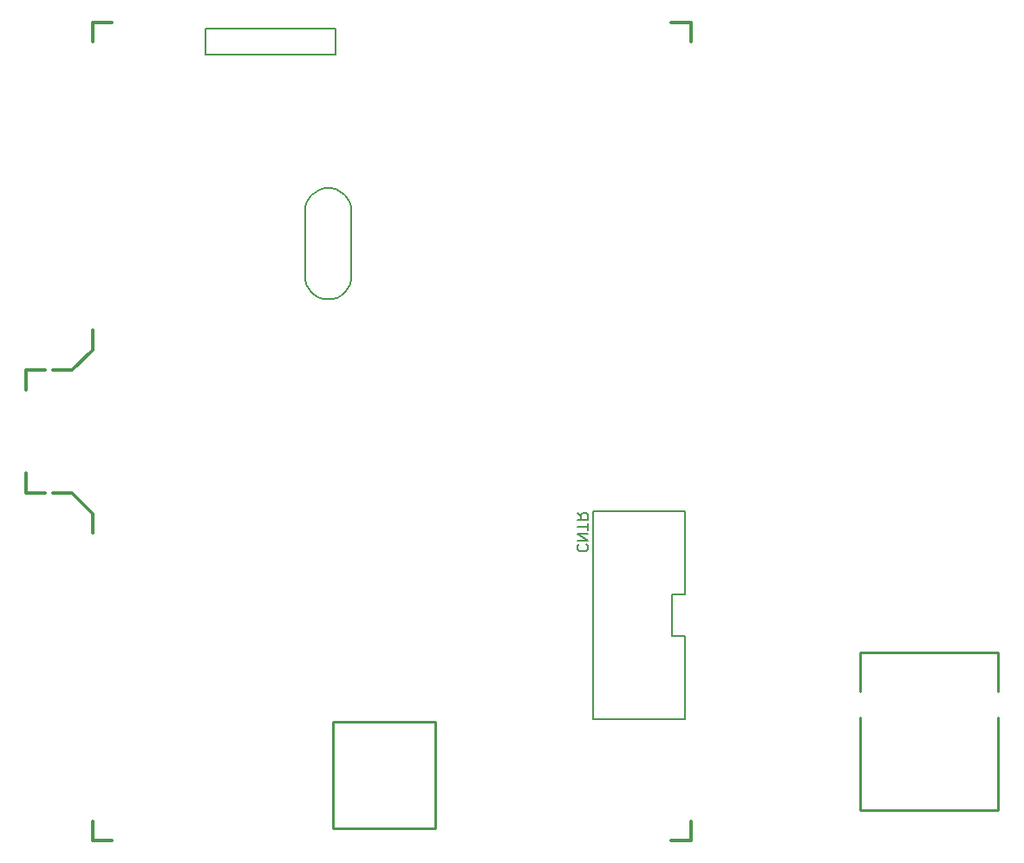
<source format=gbo>
%FSTAX25Y25*%
%MOIN*%
%SFA1B1*%

%IPPOS*%
%ADD58C,0.012000*%
%ADD65C,0.010000*%
%ADD117C,0.008000*%
%ADD118C,0.007870*%
%LNunisolder52_full-1*%
%LPD*%
G54D58*
X015187Y0458661D02*
Y0466161D01*
X0143996Y0450787D02*
X015187Y0458661D01*
X0136496Y0450787D02*
X0143996D01*
X015187Y0388169D02*
Y0395669D01*
X0143996Y0403543D02*
X015187Y0395669D01*
X0136496Y0403543D02*
X0143996D01*
X038189Y0577146D02*
Y0584646D01*
X037439D02*
X038189D01*
Y0269685D02*
Y0277185D01*
X037439Y0269685D02*
X038189D01*
X015187D02*
X015937D01*
X015187D02*
Y0277185D01*
Y0577146D02*
Y0584646D01*
X015937*
X0126279Y0443287D02*
Y0450787D01*
X013378*
X0126279Y0403543D02*
X013378D01*
X0126279D02*
Y0411043D01*
G54D65*
X0244213Y0315641D02*
X0283583D01*
Y0274598D02*
Y0315641D01*
X0244213Y0274598D02*
X0283583D01*
X0244213D02*
Y0315641D01*
X05Y0327095D02*
Y0342094D01*
Y0281594D02*
Y0317094D01*
X0447Y0281594D02*
Y0317094D01*
Y0327095D02*
Y0342094D01*
X05*
X0447Y0281594D02*
X05D01*
G54D117*
X025139Y0511921D02*
D01*
X0251368Y0512541*
X0251303Y0513159*
X0251195Y0513771*
X0251045Y0514374*
X0250853Y0514964*
X025062Y051554*
X0250348Y0516099*
X0250037Y0516637*
X024969Y0517152*
X0249307Y0517641*
X0248892Y0518103*
X0248445Y0518534*
X0247969Y0518934*
X0247466Y0519299*
X024694Y0519628*
X0246391Y051992*
X0245823Y0520172*
X024524Y0520385*
X0244643Y0520556*
X0244035Y0520685*
X024342Y0520772*
X02428Y0520815*
X0242179*
X0241559Y0520772*
X0240944Y0520685*
X0240336Y0520556*
X0239739Y0520385*
X0239156Y0520172*
X0238588Y051992*
X023804Y0519628*
X0237513Y0519299*
X023701Y0518934*
X0236534Y0518534*
X0236087Y0518103*
X0235672Y0517641*
X0235289Y0517152*
X0234942Y0516637*
X0234631Y0516099*
X0234359Y051554*
X0234126Y0514964*
X0233934Y0514374*
X0233784Y0513771*
X0233676Y0513159*
X0233611Y0512541*
X023359Y0511921*
Y0486921D02*
D01*
X0233611Y04863*
X0233676Y0485682*
X0233784Y048507*
X0233934Y0484467*
X0234126Y0483877*
X0234359Y0483301*
X0234631Y0482742*
X0234942Y0482204*
X0235289Y0481689*
X0235672Y04812*
X0236087Y0480738*
X0236534Y0480307*
X023701Y0479907*
X0237513Y0479542*
X023804Y0479213*
X0238588Y0478921*
X0239156Y0478669*
X0239739Y0478456*
X0240336Y0478285*
X0240944Y0478156*
X0241559Y0478069*
X0242179Y0478026*
X02428*
X024342Y0478069*
X0244035Y0478156*
X0244643Y0478285*
X024524Y0478456*
X0245823Y0478669*
X0246391Y0478921*
X024694Y0479213*
X0247466Y0479542*
X0247969Y0479907*
X0248445Y0480307*
X0248892Y0480738*
X0249307Y04812*
X024969Y0481689*
X0250037Y0482204*
X0250348Y0482742*
X025062Y0483301*
X0250853Y0483877*
X0251045Y0484467*
X0251195Y048507*
X0251303Y0485682*
X0251368Y04863*
X025139Y0486921*
Y0511921*
X023359Y0486921D02*
Y0511921D01*
X0341524Y0383731D02*
X034219Y0383065D01*
Y0381732*
X0341524Y0381065*
X0338858*
X0338191Y0381732*
Y0383065*
X0338858Y0383731*
X0338191Y0385064D02*
X034219D01*
X0338191Y038773*
X034219*
Y0389063D02*
Y0391729D01*
Y0390396*
X0338191*
Y0393061D02*
X034219D01*
Y0395061*
X0341524Y0395727*
X0340191*
X0339524Y0395061*
Y0393061*
Y0394394D02*
X0338191Y0395727D01*
G54D118*
X0245191Y0572165D02*
Y0582165D01*
X0195191D02*
X0245191D01*
X0195191Y0572165D02*
X0245191D01*
X0195191D02*
Y0582165D01*
X0344191Y0316565D02*
X0379491D01*
X0344191Y0396565D02*
X0379491D01*
X0344191Y0316565D02*
Y0396565D01*
X0374491Y0348565D02*
Y0364565D01*
X0379491Y0316565D02*
Y0336765D01*
Y038154D02*
Y0396565D01*
Y0336765D02*
Y0348565D01*
X0374491D02*
X0379491D01*
X0374491Y0364565D02*
X0379491D01*
Y038154*
M02*
</source>
